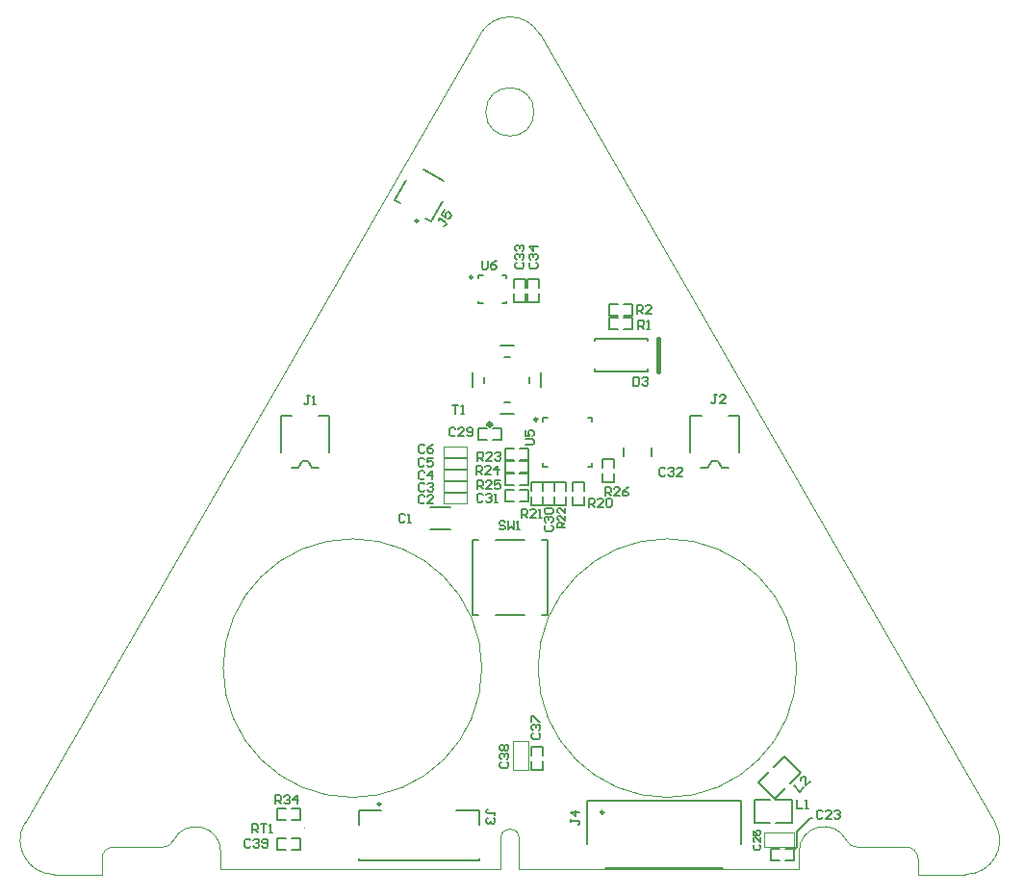
<source format=gto>
G04*
G04 #@! TF.GenerationSoftware,Altium Limited,Altium Designer,19.0.12 (326)*
G04*
G04 Layer_Color=65535*
%FSLAX44Y44*%
%MOMM*%
G71*
G01*
G75*
%ADD10C,0.2500*%
%ADD11C,0.4000*%
%ADD12C,0.1000*%
%ADD13C,0.1270*%
%ADD14C,0.2000*%
%ADD15C,0.1981*%
%ADD16C,0.1700*%
%ADD17C,0.2032*%
%ADD18C,0.0762*%
%ADD19C,0.0500*%
D10*
X320216Y544925D02*
G03*
X320216Y544925I-1250J0D01*
G01*
X286999Y32004D02*
G03*
X286999Y32004I-1250J0D01*
G01*
X368010Y495384D02*
G03*
X368010Y495384I-1250J0D01*
G01*
X483320Y24502D02*
G03*
X483320Y24502I-1250J0D01*
G01*
X424948Y370270D02*
G03*
X424948Y370270I-1250J0D01*
G01*
D11*
X384279Y365788D02*
G03*
X384279Y365788I-1250J0D01*
G01*
X531006Y412474D02*
Y441474D01*
D12*
X220494Y10497D02*
G03*
X220494Y10497I-500J0D01*
G01*
X342887Y337384D02*
Y346384D01*
X362637D01*
Y337384D02*
Y346384D01*
X342887Y337384D02*
X362637D01*
X342890Y327224D02*
Y336224D01*
X362640D01*
Y327224D02*
Y336224D01*
X342890Y327224D02*
X362640D01*
X342890Y317064D02*
Y326064D01*
X362640D01*
Y317064D02*
Y326064D01*
X342890Y317064D02*
X362640D01*
X342887Y306904D02*
X362637D01*
Y315904D01*
X342887D02*
X362637D01*
X342887Y306904D02*
Y315904D01*
X342890Y296744D02*
X362640D01*
Y305744D01*
X342890D02*
X362640D01*
X342890Y296744D02*
Y305744D01*
D13*
X488522Y449834D02*
X496142D01*
X488522D02*
Y459994D01*
X496142D01*
X501222D02*
X508842D01*
Y449834D02*
Y459994D01*
X501222Y449834D02*
X508842D01*
X488522Y461772D02*
X496142D01*
X488522D02*
Y471932D01*
X496142D01*
X501222D02*
X508842D01*
Y461772D02*
Y471932D01*
X501222Y461772D02*
X508842D01*
X634777Y35560D02*
X648747D01*
Y15240D02*
Y35560D01*
X634777Y15240D02*
X648747D01*
X615727D02*
X629697D01*
X615727D02*
Y35560D01*
X629697D01*
X632660Y64098D02*
X642538Y73976D01*
X656907Y59608D01*
X647028Y49730D02*
X656907Y59608D01*
X633558Y36260D02*
X643436Y46138D01*
X619189Y50628D02*
X633558Y36260D01*
X619189Y50628D02*
X629068Y60506D01*
X419354Y74422D02*
Y82042D01*
X429514D01*
Y74422D02*
Y82042D01*
Y61722D02*
Y69342D01*
X419354Y61722D02*
X429514D01*
X419354D02*
Y69342D01*
X466344Y307086D02*
Y314706D01*
X456184D02*
X466344D01*
X456184Y307086D02*
Y314706D01*
Y294386D02*
Y302006D01*
Y294386D02*
X466344D01*
Y302006D01*
X630682Y-7874D02*
X638302D01*
X630682Y-18034D02*
Y-7874D01*
Y-18034D02*
X638302D01*
X643382D02*
X651002D01*
Y-7874D01*
X643382D02*
X651002D01*
X208534Y-8308D02*
X216154D01*
Y1852D01*
X208534D02*
X216154D01*
X195834D02*
X203454D01*
X195834Y-8308D02*
Y1852D01*
Y-8308D02*
X203454D01*
X208660Y28356D02*
X216280D01*
Y18196D02*
Y28356D01*
X208660Y18196D02*
X216280D01*
X195960D02*
X203580D01*
X195960D02*
Y28356D01*
X203580D01*
X426404Y473574D02*
Y481194D01*
X416244Y473574D02*
X426404D01*
X416244D02*
Y481194D01*
Y486274D02*
Y493894D01*
X426404D01*
Y486274D02*
Y493894D01*
X404560Y486274D02*
Y493894D01*
X414720D01*
Y486274D02*
Y493894D01*
Y473574D02*
Y481194D01*
X404560Y473574D02*
X414720D01*
X404560D02*
Y481194D01*
X372872Y362458D02*
X380492D01*
X372872Y352298D02*
Y362458D01*
Y352298D02*
X380492D01*
X385572D02*
X393192D01*
Y362458D01*
X385572D02*
X393192D01*
X409728Y334128D02*
X417348D01*
Y344288D01*
X409728D02*
X417348D01*
X397028D02*
X404648D01*
X397028Y334128D02*
Y344288D01*
Y334128D02*
X404648D01*
X409728Y322356D02*
X417348D01*
Y312196D02*
Y322356D01*
X409728Y312196D02*
X417348D01*
X397028D02*
X404648D01*
X397028D02*
Y322356D01*
X404648D01*
X397028Y323314D02*
X404648D01*
X397028D02*
Y333474D01*
X404648D01*
X409728D02*
X417348D01*
Y323314D02*
Y333474D01*
X409728Y323314D02*
X417348D01*
X492760Y327366D02*
Y334986D01*
X482600D02*
X492760D01*
X482600Y327366D02*
Y334986D01*
Y314666D02*
Y322286D01*
Y314666D02*
X492760D01*
Y322286D01*
X440299Y307458D02*
Y315078D01*
X450459D01*
Y307458D02*
Y315078D01*
Y294758D02*
Y302378D01*
X440299Y294758D02*
X450459D01*
X440299D02*
Y302378D01*
X397194Y307966D02*
X404814D01*
X397194Y297806D02*
Y307966D01*
Y297806D02*
X404814D01*
X409894D02*
X417514D01*
Y307966D01*
X409894D02*
X417514D01*
X440115Y307508D02*
Y315128D01*
X429955D02*
X440115D01*
X429955Y307508D02*
Y315128D01*
Y294808D02*
Y302428D01*
Y294808D02*
X440115D01*
Y302428D01*
X429577Y294808D02*
Y302428D01*
X419417Y294808D02*
X429577D01*
X419417D02*
Y302428D01*
Y307508D02*
Y315128D01*
X429577D01*
Y307508D02*
Y315128D01*
D14*
X583636Y333750D02*
X587254Y327812D01*
X574746D02*
X578810Y333750D01*
X587254Y327812D02*
X593096D01*
X578810Y333750D02*
X583636D01*
X568904Y327812D02*
X574746D01*
X559506Y373532D02*
X569151D01*
X592849D02*
X602494D01*
X223386Y333750D02*
X227004Y327812D01*
X214496D02*
X218560Y333750D01*
X227004Y327812D02*
X232846D01*
X218560Y333750D02*
X223386D01*
X208654Y327812D02*
X214496D01*
X199256Y373532D02*
X208901D01*
X232599D02*
X242244D01*
X324644Y590146D02*
X342299Y579953D01*
X326729Y547371D02*
X331492Y544621D01*
X331493Y544623D02*
X341909Y562664D01*
X299452Y563119D02*
X304213Y560371D01*
X299450Y563123D02*
X309867Y581164D01*
X368270Y399157D02*
Y411157D01*
X428270Y399157D02*
Y411157D01*
X392270Y375157D02*
X404270D01*
X392270Y435157D02*
X404270D01*
X395769Y385058D02*
X400769D01*
X418369Y402658D02*
Y407658D01*
X395769Y425258D02*
X400769D01*
X378169Y402658D02*
Y407658D01*
X267750Y-17998D02*
Y-15998D01*
Y14002D02*
Y26002D01*
X287750D01*
X267749Y-17998D02*
X373750D01*
X353750Y26002D02*
X373750D01*
Y14002D02*
Y26002D01*
Y-17998D02*
Y-15998D01*
X373260Y494884D02*
Y496884D01*
X377010D01*
X394010D02*
X397760D01*
Y494884D02*
Y496884D01*
Y472384D02*
Y474384D01*
X394010Y472384D02*
X397760D01*
X373260D02*
Y474384D01*
Y472384D02*
X377010D01*
X469180Y34952D02*
X604180D01*
Y-3298D02*
Y34952D01*
X484930Y-24048D02*
X588430D01*
X469180Y-3298D02*
Y34952D01*
X500772Y337748D02*
Y345748D01*
X525772Y337748D02*
Y345748D01*
X475856Y441474D02*
X521856D01*
X475856Y412474D02*
X521856D01*
X475856Y439174D02*
Y441474D01*
X521856Y439174D02*
Y441474D01*
Y412474D02*
Y414774D01*
X475856Y412474D02*
Y414774D01*
X430198Y328770D02*
X433698D01*
X430198D02*
Y332270D01*
X469698Y328770D02*
X473198D01*
Y332270D01*
Y368270D02*
Y371770D01*
X469698D02*
X473198D01*
X430198D02*
X433698D01*
X430198Y368270D02*
Y371770D01*
D15*
X559506Y373532D02*
X559510Y341528D01*
X602490D02*
X602494Y373532D01*
X199256D02*
X199260Y341528D01*
X242240D02*
X242244Y373532D01*
X388735Y264500D02*
X413385D01*
X388735Y198500D02*
X413385D01*
X434060Y198500D02*
Y264500D01*
X429060D02*
X434060D01*
X429060Y198500D02*
X434060D01*
X368060Y264500D02*
X373060D01*
X368060Y198500D02*
X373060D01*
X368060D02*
Y264500D01*
D16*
X330852Y293464D02*
X348852D01*
X330852Y273464D02*
X348852D01*
D17*
X651002Y-8382D02*
X653288Y-6096D01*
Y7587D01*
X665259Y19558D01*
X667258D01*
X325907Y347216D02*
X324638Y348485D01*
X322099D01*
X320829Y347216D01*
Y342138D01*
X322099Y340868D01*
X324638D01*
X325907Y342138D01*
X333525Y348485D02*
X330986Y347216D01*
X328447Y344677D01*
Y342138D01*
X329716Y340868D01*
X332255D01*
X333525Y342138D01*
Y343407D01*
X332255Y344677D01*
X328447D01*
X325405Y335278D02*
X324136Y336548D01*
X321597D01*
X320327Y335278D01*
Y330200D01*
X321597Y328930D01*
X324136D01*
X325405Y330200D01*
X333023Y336548D02*
X327945D01*
Y332739D01*
X330484Y334008D01*
X331753D01*
X333023Y332739D01*
Y330200D01*
X331753Y328930D01*
X329214D01*
X327945Y330200D01*
X325755Y323594D02*
X324486Y324864D01*
X321946D01*
X320677Y323594D01*
Y318516D01*
X321946Y317246D01*
X324486D01*
X325755Y318516D01*
X332103Y317246D02*
Y324864D01*
X328294Y321055D01*
X333373D01*
X512572Y463296D02*
Y470914D01*
X516381D01*
X517650Y469644D01*
Y467105D01*
X516381Y465835D01*
X512572D01*
X515111D02*
X517650Y463296D01*
X525268D02*
X520190D01*
X525268Y468374D01*
Y469644D01*
X523998Y470914D01*
X521459D01*
X520190Y469644D01*
X513842Y449834D02*
Y457452D01*
X517651D01*
X518920Y456182D01*
Y453643D01*
X517651Y452373D01*
X513842D01*
X516381D02*
X518920Y449834D01*
X521460D02*
X523999D01*
X522729D01*
Y457452D01*
X521460Y456182D01*
X650442Y48058D02*
X655828Y42672D01*
X659419Y46263D01*
X664805Y51649D02*
X661214Y48058D01*
Y55240D01*
X660317Y56138D01*
X658521Y56138D01*
X656726Y54343D01*
Y52547D01*
X653065Y35661D02*
Y28044D01*
X658143D01*
X660682D02*
X663221D01*
X661952D01*
Y35661D01*
X660682Y34392D01*
X339604Y547957D02*
X338335Y545758D01*
X338969Y546857D01*
X344467Y543683D01*
X344932Y541949D01*
X344297Y540849D01*
X342562Y540385D01*
X343413Y554554D02*
X340874Y550156D01*
X344172Y548251D01*
X344342Y551085D01*
X344977Y552185D01*
X346711Y552649D01*
X348910Y551380D01*
X349375Y549646D01*
X348106Y547447D01*
X346371Y546982D01*
X454663Y18449D02*
Y15910D01*
Y17180D01*
X461010D01*
X462280Y15910D01*
Y14641D01*
X461010Y13371D01*
X462280Y24797D02*
X454663D01*
X458471Y20989D01*
Y26067D01*
X194564Y32004D02*
Y39622D01*
X198373D01*
X199642Y38352D01*
Y35813D01*
X198373Y34543D01*
X194564D01*
X197103D02*
X199642Y32004D01*
X202181Y38352D02*
X203451Y39622D01*
X205990D01*
X207260Y38352D01*
Y37082D01*
X205990Y35813D01*
X204721D01*
X205990D01*
X207260Y34543D01*
Y33274D01*
X205990Y32004D01*
X203451D01*
X202181Y33274D01*
X213608Y32004D02*
Y39622D01*
X209799Y35813D01*
X214877D01*
X371856Y309118D02*
Y316735D01*
X375665D01*
X376934Y315466D01*
Y312927D01*
X375665Y311657D01*
X371856D01*
X374395D02*
X376934Y309118D01*
X384552D02*
X379473D01*
X384552Y314196D01*
Y315466D01*
X383282Y316735D01*
X380743D01*
X379473Y315466D01*
X392169Y316735D02*
X387091D01*
Y312927D01*
X389630Y314196D01*
X390900D01*
X392169Y312927D01*
Y310388D01*
X390900Y309118D01*
X388361D01*
X387091Y310388D01*
X371270Y322072D02*
Y329689D01*
X375079D01*
X376348Y328420D01*
Y325881D01*
X375079Y324611D01*
X371270D01*
X373809D02*
X376348Y322072D01*
X383966D02*
X378888D01*
X383966Y327150D01*
Y328420D01*
X382696Y329689D01*
X380157D01*
X378888Y328420D01*
X390314Y322072D02*
Y329689D01*
X386505Y325881D01*
X391584D01*
X449198Y275108D02*
X442850D01*
Y278282D01*
X443908Y279340D01*
X446024D01*
X447082Y278282D01*
Y275108D01*
Y277224D02*
X449198Y279340D01*
Y285688D02*
Y281456D01*
X444966Y285688D01*
X443908D01*
X442850Y284630D01*
Y282514D01*
X443908Y281456D01*
X449198Y292036D02*
Y287804D01*
X444966Y292036D01*
X443908D01*
X442850Y290978D01*
Y288862D01*
X443908Y287804D01*
X410848Y283972D02*
Y291590D01*
X414657D01*
X415926Y290320D01*
Y287781D01*
X414657Y286511D01*
X410848D01*
X413387D02*
X415926Y283972D01*
X423544D02*
X418465D01*
X423544Y289050D01*
Y290320D01*
X422274Y291590D01*
X419735D01*
X418465Y290320D01*
X426083Y283972D02*
X428622D01*
X427352D01*
Y291590D01*
X426083Y290320D01*
X376934Y303782D02*
X375665Y305051D01*
X373126D01*
X371856Y303782D01*
Y298704D01*
X373126Y297434D01*
X375665D01*
X376934Y298704D01*
X379473Y303782D02*
X380743Y305051D01*
X383282D01*
X384552Y303782D01*
Y302512D01*
X383282Y301243D01*
X382013D01*
X383282D01*
X384552Y299973D01*
Y298704D01*
X383282Y297434D01*
X380743D01*
X379473Y298704D01*
X387091Y297434D02*
X389630D01*
X388361D01*
Y305051D01*
X387091Y303782D01*
X432564Y277366D02*
X431295Y276097D01*
Y273558D01*
X432564Y272288D01*
X437642D01*
X438912Y273558D01*
Y276097D01*
X437642Y277366D01*
X432564Y279905D02*
X431295Y281175D01*
Y283714D01*
X432564Y284984D01*
X433834D01*
X435103Y283714D01*
Y282445D01*
Y283714D01*
X436373Y284984D01*
X437642D01*
X438912Y283714D01*
Y281175D01*
X437642Y279905D01*
X432564Y287523D02*
X431295Y288793D01*
Y291332D01*
X432564Y292601D01*
X437642D01*
X438912Y291332D01*
Y288793D01*
X437642Y287523D01*
X432564D01*
X353058Y361948D02*
X351789Y363218D01*
X349250D01*
X347980Y361948D01*
Y356870D01*
X349250Y355600D01*
X351789D01*
X353058Y356870D01*
X360676Y355600D02*
X355597D01*
X360676Y360678D01*
Y361948D01*
X359406Y363218D01*
X356867D01*
X355597Y361948D01*
X363215Y356870D02*
X364485Y355600D01*
X367024D01*
X368293Y356870D01*
Y361948D01*
X367024Y363218D01*
X364485D01*
X363215Y361948D01*
Y360678D01*
X364485Y359409D01*
X368293D01*
X376366Y510148D02*
Y503800D01*
X377636Y502530D01*
X380175D01*
X381444Y503800D01*
Y510148D01*
X389062D02*
X386523Y508878D01*
X383983Y506339D01*
Y503800D01*
X385253Y502530D01*
X387792D01*
X389062Y503800D01*
Y505069D01*
X387792Y506339D01*
X383983D01*
X414468Y347980D02*
X420815D01*
X422085Y349250D01*
Y351789D01*
X420815Y353058D01*
X414468D01*
Y360676D02*
Y355597D01*
X418276D01*
X417007Y358137D01*
Y359406D01*
X418276Y360676D01*
X420815D01*
X422085Y359406D01*
Y356867D01*
X420815Y355597D01*
X350263Y383058D02*
X355342D01*
X352802D01*
Y375440D01*
X357881D02*
X360420D01*
X359150D01*
Y383058D01*
X357881Y381788D01*
X484680Y302906D02*
Y310523D01*
X488489D01*
X489758Y309254D01*
Y306715D01*
X488489Y305445D01*
X484680D01*
X487219D02*
X489758Y302906D01*
X497376D02*
X492298D01*
X497376Y307984D01*
Y309254D01*
X496106Y310523D01*
X493567D01*
X492298Y309254D01*
X504993Y310523D02*
X502454Y309254D01*
X499915Y306715D01*
Y304175D01*
X501185Y302906D01*
X503724D01*
X504993Y304175D01*
Y305445D01*
X503724Y306715D01*
X499915D01*
X470408Y293370D02*
Y300987D01*
X474217D01*
X475486Y299718D01*
Y297179D01*
X474217Y295909D01*
X470408D01*
X472947D02*
X475486Y293370D01*
X483104D02*
X478026D01*
X483104Y298448D01*
Y299718D01*
X481834Y300987D01*
X479295D01*
X478026Y299718D01*
X485643D02*
X486913Y300987D01*
X489452D01*
X490721Y299718D01*
Y294640D01*
X489452Y293370D01*
X486913D01*
X485643Y294640D01*
Y299718D01*
X509608Y407355D02*
Y399738D01*
X513417D01*
X514686Y401008D01*
Y406086D01*
X513417Y407355D01*
X509608D01*
X517225Y406086D02*
X518495Y407355D01*
X521034D01*
X522304Y406086D01*
Y404816D01*
X521034Y403547D01*
X519765D01*
X521034D01*
X522304Y402277D01*
Y401008D01*
X521034Y399738D01*
X518495D01*
X517225Y401008D01*
X419102Y508252D02*
X417832Y506983D01*
Y504444D01*
X419102Y503174D01*
X424180D01*
X425450Y504444D01*
Y506983D01*
X424180Y508252D01*
X419102Y510792D02*
X417832Y512061D01*
Y514600D01*
X419102Y515870D01*
X420372D01*
X421641Y514600D01*
Y513331D01*
Y514600D01*
X422911Y515870D01*
X424180D01*
X425450Y514600D01*
Y512061D01*
X424180Y510792D01*
X425450Y522218D02*
X417832D01*
X421641Y518409D01*
Y523487D01*
X406792Y508506D02*
X405522Y507237D01*
Y504698D01*
X406792Y503428D01*
X411870D01*
X413140Y504698D01*
Y507237D01*
X411870Y508506D01*
X406792Y511045D02*
X405522Y512315D01*
Y514854D01*
X406792Y516124D01*
X408062D01*
X409331Y514854D01*
Y513585D01*
Y514854D01*
X410601Y516124D01*
X411870D01*
X413140Y514854D01*
Y512315D01*
X411870Y511045D01*
X406792Y518663D02*
X405522Y519933D01*
Y522472D01*
X406792Y523741D01*
X408062D01*
X409331Y522472D01*
Y521202D01*
Y522472D01*
X410601Y523741D01*
X411870D01*
X413140Y522472D01*
Y519933D01*
X411870Y518663D01*
X537716Y326624D02*
X536447Y327894D01*
X533908D01*
X532638Y326624D01*
Y321546D01*
X533908Y320276D01*
X536447D01*
X537716Y321546D01*
X540256Y326624D02*
X541525Y327894D01*
X544064D01*
X545334Y326624D01*
Y325354D01*
X544064Y324085D01*
X542795D01*
X544064D01*
X545334Y322815D01*
Y321546D01*
X544064Y320276D01*
X541525D01*
X540256Y321546D01*
X552951Y320276D02*
X547873D01*
X552951Y325354D01*
Y326624D01*
X551682Y327894D01*
X549143D01*
X547873Y326624D01*
X582966Y391773D02*
X580427D01*
X581697D01*
Y385425D01*
X580427Y384156D01*
X579158D01*
X577888Y385425D01*
X590584Y384156D02*
X585506D01*
X590584Y389234D01*
Y390504D01*
X589314Y391773D01*
X586775D01*
X585506Y390504D01*
X224655Y391055D02*
X222115D01*
X223385D01*
Y384707D01*
X222115Y383438D01*
X220846D01*
X219576Y384707D01*
X227194Y383438D02*
X229733D01*
X228463D01*
Y391055D01*
X227194Y389786D01*
X173736Y6604D02*
Y14222D01*
X177545D01*
X178814Y12952D01*
Y10413D01*
X177545Y9143D01*
X173736D01*
X176275D02*
X178814Y6604D01*
X181353Y14222D02*
X186432D01*
X183893D01*
Y6604D01*
X188971D02*
X191510D01*
X190241D01*
Y14222D01*
X188971Y12952D01*
X372364Y334010D02*
Y341628D01*
X376173D01*
X377442Y340358D01*
Y337819D01*
X376173Y336549D01*
X372364D01*
X374903D02*
X377442Y334010D01*
X385060D02*
X379981D01*
X385060Y339088D01*
Y340358D01*
X383790Y341628D01*
X381251D01*
X379981Y340358D01*
X387599D02*
X388869Y341628D01*
X391408D01*
X392677Y340358D01*
Y339088D01*
X391408Y337819D01*
X390138D01*
X391408D01*
X392677Y336549D01*
Y335280D01*
X391408Y334010D01*
X388869D01*
X387599Y335280D01*
X172464Y-65D02*
X171195Y1205D01*
X168656D01*
X167386Y-65D01*
Y-5143D01*
X168656Y-6413D01*
X171195D01*
X172464Y-5143D01*
X175004Y-65D02*
X176273Y1205D01*
X178812D01*
X180082Y-65D01*
Y-1334D01*
X178812Y-2604D01*
X177543D01*
X178812D01*
X180082Y-3873D01*
Y-5143D01*
X178812Y-6413D01*
X176273D01*
X175004Y-5143D01*
X182621D02*
X183891Y-6413D01*
X186430D01*
X187699Y-5143D01*
Y-65D01*
X186430Y1205D01*
X183891D01*
X182621Y-65D01*
Y-1334D01*
X183891Y-2604D01*
X187699D01*
X325880Y313180D02*
X324611Y314450D01*
X322072D01*
X320802Y313180D01*
Y308102D01*
X322072Y306832D01*
X324611D01*
X325880Y308102D01*
X328419Y313180D02*
X329689Y314450D01*
X332228D01*
X333498Y313180D01*
Y311910D01*
X332228Y310641D01*
X330959D01*
X332228D01*
X333498Y309371D01*
Y308102D01*
X332228Y306832D01*
X329689D01*
X328419Y308102D01*
X325880Y302512D02*
X324611Y303782D01*
X322072D01*
X320802Y302512D01*
Y297434D01*
X322072Y296164D01*
X324611D01*
X325880Y297434D01*
X333498Y296164D02*
X328419D01*
X333498Y301242D01*
Y302512D01*
X332228Y303782D01*
X329689D01*
X328419Y302512D01*
X308354Y285864D02*
X307085Y287134D01*
X304546D01*
X303276Y285864D01*
Y280786D01*
X304546Y279516D01*
X307085D01*
X308354Y280786D01*
X310893Y279516D02*
X313433D01*
X312163D01*
Y287134D01*
X310893Y285864D01*
X396578Y279848D02*
X395309Y281117D01*
X392770D01*
X391500Y279848D01*
Y278578D01*
X392770Y277309D01*
X395309D01*
X396578Y276039D01*
Y274770D01*
X395309Y273500D01*
X392770D01*
X391500Y274770D01*
X399118Y281117D02*
Y273500D01*
X401657Y276039D01*
X404196Y273500D01*
Y281117D01*
X406735Y273500D02*
X409274D01*
X408005D01*
Y281117D01*
X406735Y279848D01*
X387617Y22174D02*
Y24713D01*
Y23444D01*
X381270D01*
X380000Y24713D01*
Y25983D01*
X381270Y27252D01*
X386348Y19635D02*
X387617Y18365D01*
Y15826D01*
X386348Y14556D01*
X385078D01*
X383809Y15826D01*
Y17096D01*
Y15826D01*
X382539Y14556D01*
X381270D01*
X380000Y15826D01*
Y18365D01*
X381270Y19635D01*
X393327Y69086D02*
X392058Y67817D01*
Y65278D01*
X393327Y64008D01*
X398406D01*
X399675Y65278D01*
Y67817D01*
X398406Y69086D01*
X393327Y71625D02*
X392058Y72895D01*
Y75434D01*
X393327Y76704D01*
X394597D01*
X395866Y75434D01*
Y74165D01*
Y75434D01*
X397136Y76704D01*
X398406D01*
X399675Y75434D01*
Y72895D01*
X398406Y71625D01*
X393327Y79243D02*
X392058Y80513D01*
Y83052D01*
X393327Y84321D01*
X394597D01*
X395866Y83052D01*
X397136Y84321D01*
X398406D01*
X399675Y83052D01*
Y80513D01*
X398406Y79243D01*
X397136D01*
X395866Y80513D01*
X394597Y79243D01*
X393327D01*
X395866Y80513D02*
Y83052D01*
X421086Y94232D02*
X419817Y92963D01*
Y90424D01*
X421086Y89154D01*
X426164D01*
X427434Y90424D01*
Y92963D01*
X426164Y94232D01*
X421086Y96771D02*
X419817Y98041D01*
Y100580D01*
X421086Y101850D01*
X422356D01*
X423625Y100580D01*
Y99311D01*
Y100580D01*
X424895Y101850D01*
X426164D01*
X427434Y100580D01*
Y98041D01*
X426164Y96771D01*
X419817Y104389D02*
Y109467D01*
X421086D01*
X426164Y104389D01*
X427434D01*
X616248Y-3896D02*
X615190Y-4954D01*
Y-7070D01*
X616248Y-8128D01*
X620480D01*
X621538Y-7070D01*
Y-4954D01*
X620480Y-3896D01*
X621538Y2452D02*
Y-1780D01*
X617306Y2452D01*
X616248D01*
X615190Y1394D01*
Y-722D01*
X616248Y-1780D01*
X615190Y8800D02*
Y4568D01*
X618364D01*
X617306Y6684D01*
Y7742D01*
X618364Y8800D01*
X620480D01*
X621538Y7742D01*
Y5626D01*
X620480Y4568D01*
X676146Y25144D02*
X674877Y26414D01*
X672338D01*
X671068Y25144D01*
Y20066D01*
X672338Y18796D01*
X674877D01*
X676146Y20066D01*
X683764Y18796D02*
X678686D01*
X683764Y23874D01*
Y25144D01*
X682494Y26414D01*
X679955D01*
X678686Y25144D01*
X686303D02*
X687573Y26414D01*
X690112D01*
X691381Y25144D01*
Y23874D01*
X690112Y22605D01*
X688842D01*
X690112D01*
X691381Y21335D01*
Y20066D01*
X690112Y18796D01*
X687573D01*
X686303Y20066D01*
D18*
X403892Y87254D02*
X416892D01*
Y61504D02*
Y87254D01*
X403892Y61504D02*
X416892D01*
X403892D02*
Y87254D01*
X650682Y-5825D02*
Y7175D01*
X624932Y-5825D02*
X650682D01*
X624932D02*
Y7175D01*
X650682D01*
D19*
X422136Y640793D02*
G03*
X422136Y640793I-21250J0D01*
G01*
X426867Y709393D02*
G03*
X374905Y709393I-25981J-15000D01*
G01*
X-25992Y15018D02*
G03*
X-11Y-29982I25981J-15000D01*
G01*
X376136Y151476D02*
G03*
X376136Y151476I-113750J0D01*
G01*
X653136D02*
G03*
X653136Y151476I-113750J0D01*
G01*
X801784Y-29982D02*
G03*
X827764Y15018I0J30000D01*
G01*
X759783Y-15982D02*
G03*
X749783Y-5982I-10000J0D01*
G01*
X697066Y-357D02*
G03*
X655284Y-9982I-19783J-9625D01*
G01*
X697066Y-357D02*
G03*
X706059Y-5982I8992J4375D01*
G01*
X408886Y2018D02*
G03*
X392886Y2018I-8000J0D01*
G01*
X146489Y-9982D02*
G03*
X104706Y-357I-22000J0D01*
G01*
X95714Y-5982D02*
G03*
X104706Y-357I0J10000D01*
G01*
X51989Y-5982D02*
G03*
X41989Y-15982I0J-10000D01*
G01*
X-25992Y15018D02*
X374905Y709393D01*
X-11Y-29982D02*
X41989D01*
X426867Y709393D02*
X827764Y15018D01*
X759783Y-29982D02*
X801784D01*
X759783D02*
Y-15982D01*
X706059Y-5982D02*
X749783D01*
X655284Y-24982D02*
Y-9982D01*
X408886Y-24982D02*
X655284D01*
X408886D02*
Y2018D01*
X392886Y-24982D02*
Y2018D01*
X146489Y-24982D02*
X392886D01*
X51989Y-5982D02*
X95714D01*
X146489Y-24982D02*
Y-9982D01*
X41989Y-29982D02*
Y-15982D01*
M02*

</source>
